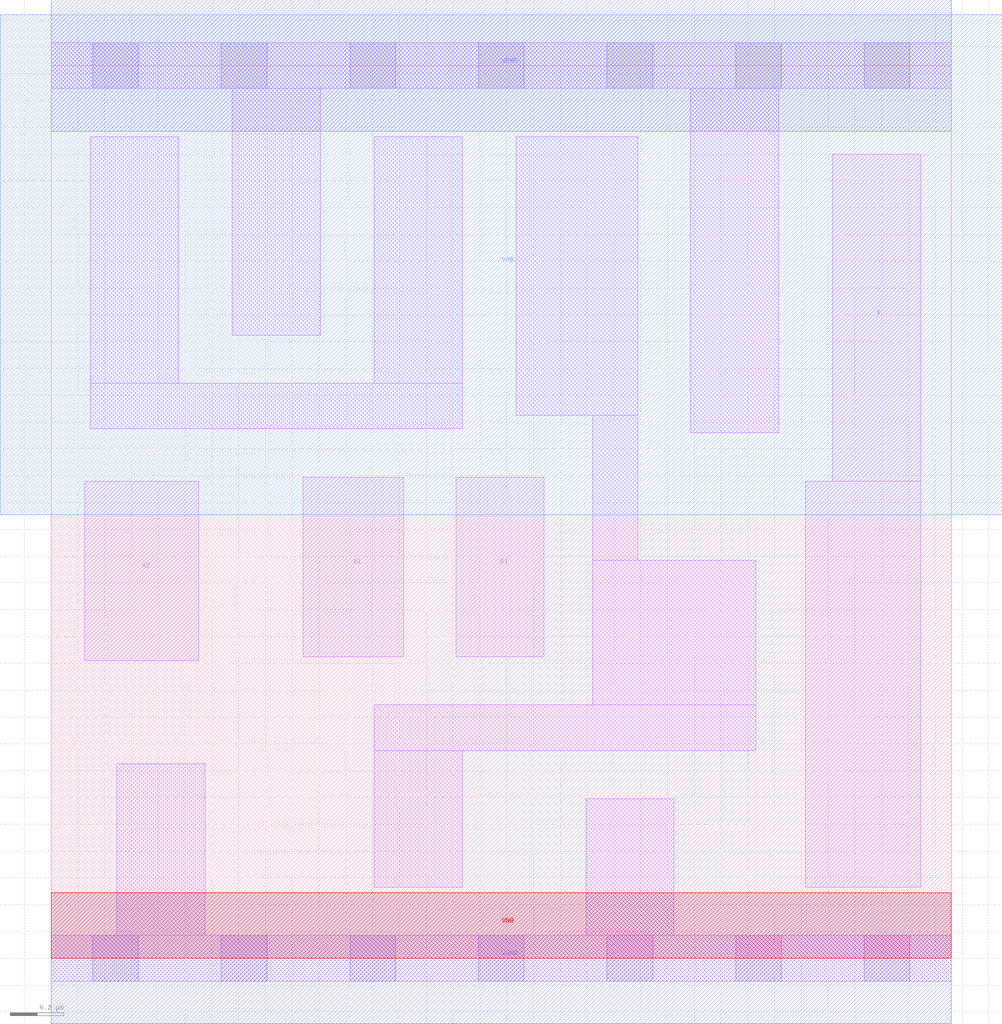
<source format=lef>
# Copyright 2020 The SkyWater PDK Authors
#
# Licensed under the Apache License, Version 2.0 (the "License");
# you may not use this file except in compliance with the License.
# You may obtain a copy of the License at
#
#     https://www.apache.org/licenses/LICENSE-2.0
#
# Unless required by applicable law or agreed to in writing, software
# distributed under the License is distributed on an "AS IS" BASIS,
# WITHOUT WARRANTIES OR CONDITIONS OF ANY KIND, either express or implied.
# See the License for the specific language governing permissions and
# limitations under the License.
#
# SPDX-License-Identifier: Apache-2.0

VERSION 5.7 ;
  NOWIREEXTENSIONATPIN ON ;
  DIVIDERCHAR "/" ;
  BUSBITCHARS "[]" ;
MACRO sky130_fd_sc_lp__a21o_lp
  CLASS CORE ;
  FOREIGN sky130_fd_sc_lp__a21o_lp ;
  ORIGIN  0.000000  0.000000 ;
  SIZE  3.360000 BY  3.330000 ;
  SYMMETRY X Y R90 ;
  SITE unit ;
  PIN A1
    ANTENNAGATEAREA  0.313000 ;
    DIRECTION INPUT ;
    USE SIGNAL ;
    PORT
      LAYER li1 ;
        RECT 0.940000 1.125000 1.315000 1.795000 ;
    END
  END A1
  PIN A2
    ANTENNAGATEAREA  0.313000 ;
    DIRECTION INPUT ;
    USE SIGNAL ;
    PORT
      LAYER li1 ;
        RECT 0.125000 1.110000 0.550000 1.780000 ;
    END
  END A2
  PIN B1
    ANTENNAGATEAREA  0.376000 ;
    DIRECTION INPUT ;
    USE SIGNAL ;
    PORT
      LAYER li1 ;
        RECT 1.510000 1.125000 1.840000 1.795000 ;
    END
  END B1
  PIN X
    ANTENNADIFFAREA  0.404700 ;
    DIRECTION OUTPUT ;
    USE SIGNAL ;
    PORT
      LAYER li1 ;
        RECT 2.815000 0.265000 3.245000 1.780000 ;
        RECT 2.915000 1.780000 3.245000 3.000000 ;
    END
  END X
  PIN VGND
    DIRECTION INOUT ;
    USE GROUND ;
    PORT
      LAYER met1 ;
        RECT 0.000000 -0.245000 3.360000 0.245000 ;
    END
  END VGND
  PIN VNB
    DIRECTION INOUT ;
    USE GROUND ;
    PORT
      LAYER pwell ;
        RECT 0.000000 0.000000 3.360000 0.245000 ;
    END
  END VNB
  PIN VPB
    DIRECTION INOUT ;
    USE POWER ;
    PORT
      LAYER nwell ;
        RECT -0.190000 1.655000 3.550000 3.520000 ;
    END
  END VPB
  PIN VPWR
    DIRECTION INOUT ;
    USE POWER ;
    PORT
      LAYER met1 ;
        RECT 0.000000 3.085000 3.360000 3.575000 ;
    END
  END VPWR
  OBS
    LAYER li1 ;
      RECT 0.000000 -0.085000 3.360000 0.085000 ;
      RECT 0.000000  3.245000 3.360000 3.415000 ;
      RECT 0.145000  1.975000 1.535000 2.145000 ;
      RECT 0.145000  2.145000 0.475000 3.065000 ;
      RECT 0.245000  0.085000 0.575000 0.725000 ;
      RECT 0.675000  2.325000 1.005000 3.245000 ;
      RECT 1.205000  0.265000 1.535000 0.775000 ;
      RECT 1.205000  0.775000 2.630000 0.945000 ;
      RECT 1.205000  2.145000 1.535000 3.065000 ;
      RECT 1.735000  2.025000 2.190000 3.065000 ;
      RECT 1.995000  0.085000 2.325000 0.595000 ;
      RECT 2.020000  0.945000 2.630000 1.485000 ;
      RECT 2.020000  1.485000 2.190000 2.025000 ;
      RECT 2.385000  1.960000 2.715000 3.245000 ;
    LAYER mcon ;
      RECT 0.155000 -0.085000 0.325000 0.085000 ;
      RECT 0.155000  3.245000 0.325000 3.415000 ;
      RECT 0.635000 -0.085000 0.805000 0.085000 ;
      RECT 0.635000  3.245000 0.805000 3.415000 ;
      RECT 1.115000 -0.085000 1.285000 0.085000 ;
      RECT 1.115000  3.245000 1.285000 3.415000 ;
      RECT 1.595000 -0.085000 1.765000 0.085000 ;
      RECT 1.595000  3.245000 1.765000 3.415000 ;
      RECT 2.075000 -0.085000 2.245000 0.085000 ;
      RECT 2.075000  3.245000 2.245000 3.415000 ;
      RECT 2.555000 -0.085000 2.725000 0.085000 ;
      RECT 2.555000  3.245000 2.725000 3.415000 ;
      RECT 3.035000 -0.085000 3.205000 0.085000 ;
      RECT 3.035000  3.245000 3.205000 3.415000 ;
  END
END sky130_fd_sc_lp__a21o_lp
END LIBRARY

</source>
